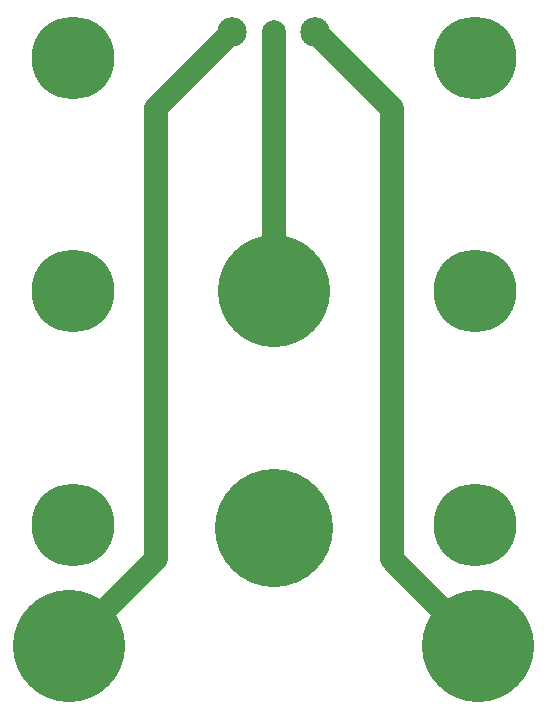
<source format=gbl>
G04 #@! TF.GenerationSoftware,KiCad,Pcbnew,5.1.9+dfsg1-1+deb11u1*
G04 #@! TF.CreationDate,2024-03-25T13:58:39+09:00*
G04 #@! TF.ProjectId,base,62617365-2e6b-4696-9361-645f70636258,rev?*
G04 #@! TF.SameCoordinates,Original*
G04 #@! TF.FileFunction,Copper,L2,Bot*
G04 #@! TF.FilePolarity,Positive*
%FSLAX46Y46*%
G04 Gerber Fmt 4.6, Leading zero omitted, Abs format (unit mm)*
G04 Created by KiCad (PCBNEW 5.1.9+dfsg1-1+deb11u1) date 2024-03-25 13:58:39*
%MOMM*%
%LPD*%
G01*
G04 APERTURE LIST*
G04 #@! TA.AperFunction,ComponentPad*
%ADD10C,7.000000*%
G04 #@! TD*
G04 #@! TA.AperFunction,ComponentPad*
%ADD11C,10.000000*%
G04 #@! TD*
G04 #@! TA.AperFunction,ComponentPad*
%ADD12C,9.500000*%
G04 #@! TD*
G04 #@! TA.AperFunction,ComponentPad*
%ADD13C,2.500000*%
G04 #@! TD*
G04 #@! TA.AperFunction,ComponentPad*
%ADD14C,2.000000*%
G04 #@! TD*
G04 #@! TA.AperFunction,Conductor*
%ADD15C,2.000000*%
G04 #@! TD*
G04 APERTURE END LIST*
D10*
X177000000Y-129750000D03*
X177000000Y-110000000D03*
X177000000Y-90250000D03*
X143000000Y-90250000D03*
X143000000Y-110000000D03*
X143000000Y-129750000D03*
D11*
X160000000Y-130000000D03*
D12*
X142679492Y-140000000D03*
X160000000Y-110000000D03*
X177320508Y-140000000D03*
D13*
X156500000Y-88000000D03*
D14*
X160000000Y-88000000D03*
D13*
X163500000Y-88000000D03*
D15*
X142679492Y-140000000D02*
X150000000Y-132679492D01*
X150000000Y-132679492D02*
X150000000Y-94500000D01*
X150000000Y-94500000D02*
X156500000Y-88000000D01*
X160000000Y-88000000D02*
X160000000Y-110000000D01*
X177320508Y-140000000D02*
X170000000Y-132679492D01*
X170000000Y-132679492D02*
X170000000Y-95500000D01*
X170000000Y-95500000D02*
X170000000Y-94500000D01*
X170000000Y-94500000D02*
X163500000Y-88000000D01*
M02*

</source>
